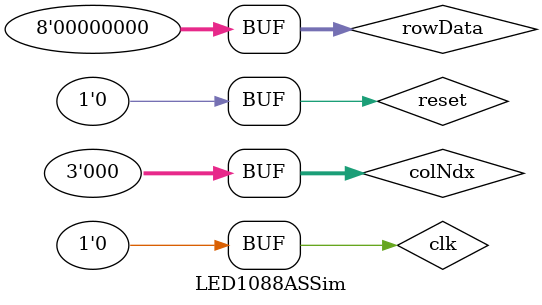
<source format=v>
`timescale 1ns / 100ps

module LED1088ASSim();
    
    reg clk = 0;
	reg reset = 0;
	wire [2:0] colNdx;
    reg [7:0] rowData = 0;
    reg [2:0] colNdx = 0;
    wire [7:0] rowPins;
    wire [7:0] colPins;

	LED1088AS led(clk, reset, rowData, colNdx, rowPins, colPins);


	initial begin
	
	end

endmodule

</source>
